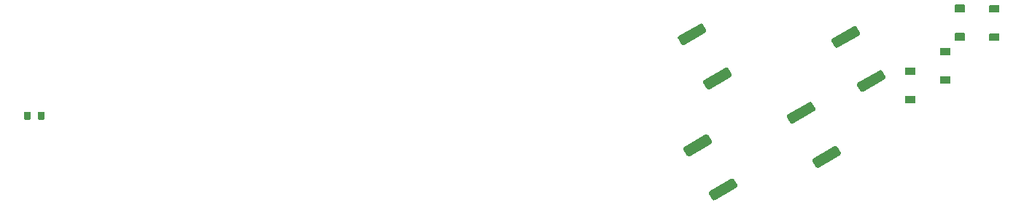
<source format=gbp>
G04 #@! TF.GenerationSoftware,KiCad,Pcbnew,7.0.10-7.0.10~ubuntu22.04.1*
G04 #@! TF.CreationDate,2024-02-15T05:44:38+00:00*
G04 #@! TF.ProjectId,uaeficopiedtovfr,75616566-6963-46f7-9069-6564746f7666,rev?*
G04 #@! TF.SameCoordinates,Original*
G04 #@! TF.FileFunction,Paste,Bot*
G04 #@! TF.FilePolarity,Positive*
%FSLAX46Y46*%
G04 Gerber Fmt 4.6, Leading zero omitted, Abs format (unit mm)*
G04 Created by KiCad (PCBNEW 7.0.10-7.0.10~ubuntu22.04.1) date 2024-02-15 05:44:38*
%MOMM*%
%LPD*%
G01*
G04 APERTURE LIST*
G04 APERTURE END LIST*
G04 #@! TO.C,D2*
G36*
G01*
X129564000Y50373000D02*
X128544000Y50373000D01*
G75*
G02*
X128454000Y50463000I0J90000D01*
G01*
X128454000Y51183000D01*
G75*
G02*
X128544000Y51273000I90000J0D01*
G01*
X129564000Y51273000D01*
G75*
G02*
X129654000Y51183000I0J-90000D01*
G01*
X129654000Y50463000D01*
G75*
G02*
X129564000Y50373000I-90000J0D01*
G01*
G37*
G36*
G01*
X129564000Y53673000D02*
X128544000Y53673000D01*
G75*
G02*
X128454000Y53763000I0J90000D01*
G01*
X128454000Y54483000D01*
G75*
G02*
X128544000Y54573000I90000J0D01*
G01*
X129564000Y54573000D01*
G75*
G02*
X129654000Y54483000I0J-90000D01*
G01*
X129654000Y53763000D01*
G75*
G02*
X129564000Y53673000I-90000J0D01*
G01*
G37*
G04 #@! TD*
G04 #@! TO.C,D5*
G36*
G01*
X125572000Y50400000D02*
X124552000Y50400000D01*
G75*
G02*
X124462000Y50490000I0J90000D01*
G01*
X124462000Y51210000D01*
G75*
G02*
X124552000Y51300000I90000J0D01*
G01*
X125572000Y51300000D01*
G75*
G02*
X125662000Y51210000I0J-90000D01*
G01*
X125662000Y50490000D01*
G75*
G02*
X125572000Y50400000I-90000J0D01*
G01*
G37*
G36*
G01*
X125572000Y53700000D02*
X124552000Y53700000D01*
G75*
G02*
X124462000Y53790000I0J90000D01*
G01*
X124462000Y54510000D01*
G75*
G02*
X124552000Y54600000I90000J0D01*
G01*
X125572000Y54600000D01*
G75*
G02*
X125662000Y54510000I0J-90000D01*
G01*
X125662000Y53790000D01*
G75*
G02*
X125572000Y53700000I-90000J0D01*
G01*
G37*
G04 #@! TD*
G04 #@! TO.C,D3*
G36*
G01*
X119794000Y43095000D02*
X118774000Y43095000D01*
G75*
G02*
X118684000Y43185000I0J90000D01*
G01*
X118684000Y43905000D01*
G75*
G02*
X118774000Y43995000I90000J0D01*
G01*
X119794000Y43995000D01*
G75*
G02*
X119884000Y43905000I0J-90000D01*
G01*
X119884000Y43185000D01*
G75*
G02*
X119794000Y43095000I-90000J0D01*
G01*
G37*
G36*
G01*
X119794000Y46395000D02*
X118774000Y46395000D01*
G75*
G02*
X118684000Y46485000I0J90000D01*
G01*
X118684000Y47205000D01*
G75*
G02*
X118774000Y47295000I90000J0D01*
G01*
X119794000Y47295000D01*
G75*
G02*
X119884000Y47205000I0J-90000D01*
G01*
X119884000Y46485000D01*
G75*
G02*
X119794000Y46395000I-90000J0D01*
G01*
G37*
G04 #@! TD*
G04 #@! TO.C,R12*
G36*
G01*
X116315586Y45900460D02*
X113847414Y44475460D01*
G75*
G02*
X113505908Y44566966I-125000J216506D01*
G01*
X113143408Y45194834D01*
G75*
G02*
X113234914Y45536340I216506J125000D01*
G01*
X115703086Y46961340D01*
G75*
G02*
X116044592Y46869834I125000J-216506D01*
G01*
X116407092Y46241966D01*
G75*
G02*
X116315586Y45900460I-216506J-125000D01*
G01*
G37*
G36*
G01*
X113353086Y51031660D02*
X110884914Y49606660D01*
G75*
G02*
X110543408Y49698166I-125000J216506D01*
G01*
X110180908Y50326034D01*
G75*
G02*
X110272414Y50667540I216506J125000D01*
G01*
X112740586Y52092540D01*
G75*
G02*
X113082092Y52001034I125000J-216506D01*
G01*
X113444592Y51373166D01*
G75*
G02*
X113353086Y51031660I-216506J-125000D01*
G01*
G37*
G04 #@! TD*
G04 #@! TO.C,D4*
G36*
G01*
X123868000Y45394000D02*
X122848000Y45394000D01*
G75*
G02*
X122758000Y45484000I0J90000D01*
G01*
X122758000Y46204000D01*
G75*
G02*
X122848000Y46294000I90000J0D01*
G01*
X123868000Y46294000D01*
G75*
G02*
X123958000Y46204000I0J-90000D01*
G01*
X123958000Y45484000D01*
G75*
G02*
X123868000Y45394000I-90000J0D01*
G01*
G37*
G36*
G01*
X123868000Y48694000D02*
X122848000Y48694000D01*
G75*
G02*
X122758000Y48784000I0J90000D01*
G01*
X122758000Y49504000D01*
G75*
G02*
X122848000Y49594000I90000J0D01*
G01*
X123868000Y49594000D01*
G75*
G02*
X123958000Y49504000I0J-90000D01*
G01*
X123958000Y48784000D01*
G75*
G02*
X123868000Y48694000I-90000J0D01*
G01*
G37*
G04 #@! TD*
G04 #@! TO.C,R5*
G36*
G01*
X16463000Y41292000D02*
X16463000Y42072000D01*
G75*
G02*
X16533000Y42142000I70000J0D01*
G01*
X17093000Y42142000D01*
G75*
G02*
X17163000Y42072000I0J-70000D01*
G01*
X17163000Y41292000D01*
G75*
G02*
X17093000Y41222000I-70000J0D01*
G01*
X16533000Y41222000D01*
G75*
G02*
X16463000Y41292000I0J70000D01*
G01*
G37*
G36*
G01*
X18063000Y41292000D02*
X18063000Y42072000D01*
G75*
G02*
X18133000Y42142000I70000J0D01*
G01*
X18693000Y42142000D01*
G75*
G02*
X18763000Y42072000I0J-70000D01*
G01*
X18763000Y41292000D01*
G75*
G02*
X18693000Y41222000I-70000J0D01*
G01*
X18133000Y41222000D01*
G75*
G02*
X18063000Y41292000I0J70000D01*
G01*
G37*
G04 #@! TD*
G04 #@! TO.C,R18*
G36*
G01*
X98465586Y46196460D02*
X95997414Y44771460D01*
G75*
G02*
X95655908Y44862966I-125000J216506D01*
G01*
X95293408Y45490834D01*
G75*
G02*
X95384914Y45832340I216506J125000D01*
G01*
X97853086Y47257340D01*
G75*
G02*
X98194592Y47165834I125000J-216506D01*
G01*
X98557092Y46537966D01*
G75*
G02*
X98465586Y46196460I-216506J-125000D01*
G01*
G37*
G36*
G01*
X95503086Y51327660D02*
X93034914Y49902660D01*
G75*
G02*
X92693408Y49994166I-125000J216506D01*
G01*
X92330908Y50622034D01*
G75*
G02*
X92422414Y50963540I216506J125000D01*
G01*
X94890586Y52388540D01*
G75*
G02*
X95232092Y52297034I125000J-216506D01*
G01*
X95594592Y51669166D01*
G75*
G02*
X95503086Y51327660I-216506J-125000D01*
G01*
G37*
G04 #@! TD*
G04 #@! TO.C,R13*
G36*
G01*
X99118586Y33268460D02*
X96650414Y31843460D01*
G75*
G02*
X96308908Y31934966I-125000J216506D01*
G01*
X95946408Y32562834D01*
G75*
G02*
X96037914Y32904340I216506J125000D01*
G01*
X98506086Y34329340D01*
G75*
G02*
X98847592Y34237834I125000J-216506D01*
G01*
X99210092Y33609966D01*
G75*
G02*
X99118586Y33268460I-216506J-125000D01*
G01*
G37*
G36*
G01*
X96156086Y38399660D02*
X93687914Y36974660D01*
G75*
G02*
X93346408Y37066166I-125000J216506D01*
G01*
X92983908Y37694034D01*
G75*
G02*
X93075414Y38035540I216506J125000D01*
G01*
X95543586Y39460540D01*
G75*
G02*
X95885092Y39369034I125000J-216506D01*
G01*
X96247592Y38741166D01*
G75*
G02*
X96156086Y38399660I-216506J-125000D01*
G01*
G37*
G04 #@! TD*
G04 #@! TO.C,R14*
G36*
G01*
X111119586Y37056460D02*
X108651414Y35631460D01*
G75*
G02*
X108309908Y35722966I-125000J216506D01*
G01*
X107947408Y36350834D01*
G75*
G02*
X108038914Y36692340I216506J125000D01*
G01*
X110507086Y38117340D01*
G75*
G02*
X110848592Y38025834I125000J-216506D01*
G01*
X111211092Y37397966D01*
G75*
G02*
X111119586Y37056460I-216506J-125000D01*
G01*
G37*
G36*
G01*
X108157086Y42187660D02*
X105688914Y40762660D01*
G75*
G02*
X105347408Y40854166I-125000J216506D01*
G01*
X104984908Y41482034D01*
G75*
G02*
X105076414Y41823540I216506J125000D01*
G01*
X107544586Y43248540D01*
G75*
G02*
X107886092Y43157034I125000J-216506D01*
G01*
X108248592Y42529166D01*
G75*
G02*
X108157086Y42187660I-216506J-125000D01*
G01*
G37*
G04 #@! TD*
M02*

</source>
